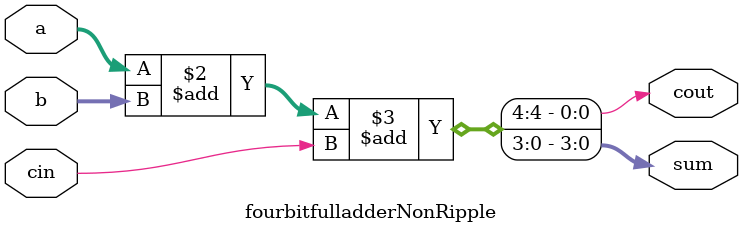
<source format=v>
module fourbitfulladderNonRipple(
    input [3:0] a,
    input [3:0] b,
    input cin,
    output reg [3:0] sum,
    output reg cout
);
    always @ (a or b or cin) begin
        {cout, sum} = a + b + cin;
    end
endmodule

</source>
